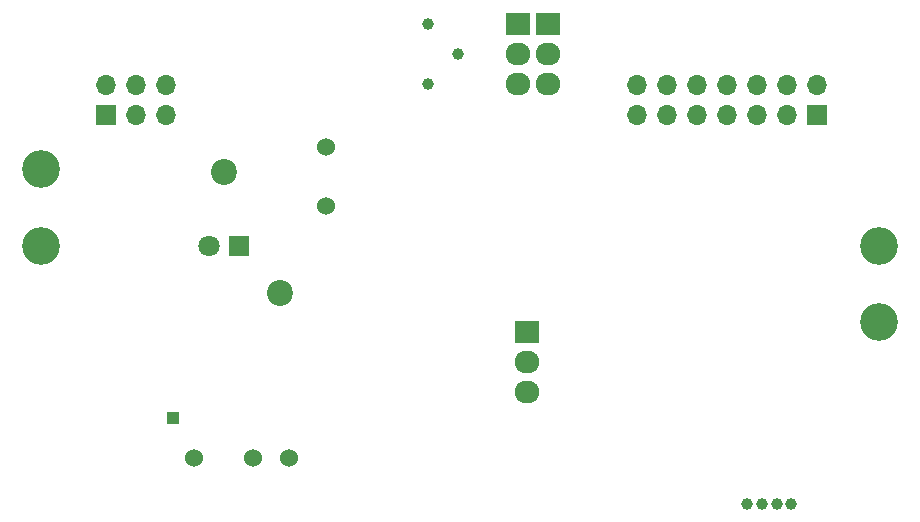
<source format=gbr>
G04 #@! TF.FileFunction,Soldermask,Bot*
%FSLAX46Y46*%
G04 Gerber Fmt 4.6, Leading zero omitted, Abs format (unit mm)*
G04 Created by KiCad (PCBNEW 4.0.6-e0-6349~52~ubuntu17.04.1) date Sun Jul  9 19:24:51 2017*
%MOMM*%
%LPD*%
G01*
G04 APERTURE LIST*
%ADD10C,0.100000*%
%ADD11C,3.200000*%
%ADD12R,1.000000X1.000000*%
%ADD13R,1.800000X1.800000*%
%ADD14C,1.800000*%
%ADD15C,1.524000*%
%ADD16C,1.000000*%
%ADD17R,2.100000X1.900000*%
%ADD18O,2.100000X1.900000*%
%ADD19R,1.700000X1.700000*%
%ADD20O,1.700000X1.700000*%
%ADD21C,2.200000*%
G04 APERTURE END LIST*
D10*
D11*
X109500000Y-103500000D03*
X180500000Y-116500000D03*
X109500000Y-110000000D03*
D12*
X120730000Y-124569500D03*
X120730000Y-124569500D03*
D13*
X126318000Y-109996000D03*
D14*
X123778000Y-109996000D03*
D15*
X133684000Y-101654000D03*
X133684000Y-106654000D03*
D16*
X169304000Y-131840000D03*
X170554000Y-131840000D03*
X173054000Y-131840000D03*
X171804000Y-131840000D03*
D17*
X150622000Y-117348000D03*
D18*
X150622000Y-119888000D03*
X150622000Y-122428000D03*
D17*
X149940000Y-91200000D03*
D18*
X149940000Y-93740000D03*
X149940000Y-96280000D03*
D17*
X152480000Y-91200000D03*
D18*
X152480000Y-93740000D03*
X152480000Y-96280000D03*
D16*
X142320000Y-96280000D03*
X142320000Y-91200000D03*
X144860000Y-93740000D03*
D19*
X115015000Y-98947000D03*
D20*
X115015000Y-96407000D03*
X117555000Y-98947000D03*
X117555000Y-96407000D03*
X120095000Y-98947000D03*
X120095000Y-96407000D03*
D19*
X175213000Y-98947000D03*
D20*
X175213000Y-96407000D03*
X172673000Y-98947000D03*
X172673000Y-96407000D03*
X170133000Y-98947000D03*
X170133000Y-96407000D03*
X167593000Y-98947000D03*
X167593000Y-96407000D03*
X165053000Y-98947000D03*
X165053000Y-96407000D03*
X162513000Y-98947000D03*
X162513000Y-96407000D03*
X159973000Y-98947000D03*
X159973000Y-96407000D03*
D11*
X180500000Y-110000000D03*
D15*
X130492500Y-128016000D03*
X127468000Y-128016000D03*
X122468000Y-128016000D03*
D21*
X129750000Y-114000000D03*
X125000000Y-103750000D03*
M02*

</source>
